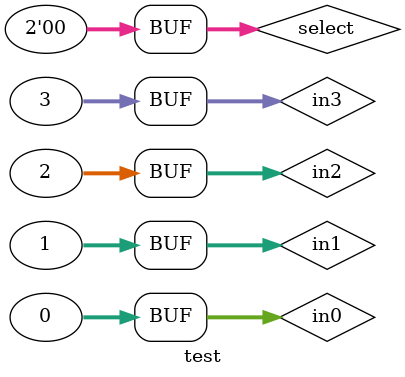
<source format=v>
module mux4(in0,in1,in2,in3,select,out);
input[31:0] in0,in1,in2,in3;
input[1:0] select;
output[31:0] out;
reg[31:0] out;
wire[31:0] in0,in1,in2,in3;
wire[1:0] select;
always @(*)
begin
		case(select)	
        0:out<=in0;
		1:out<=in1;
		2: out<=in2;
		3: out<=in3;
		endcase
end
endmodule

module test;
reg[31:0] in0,in1,in2,in3;
wire[31:0] out;
reg[1:0] select;
mux4 m(in0,in1,in2,in3,select,out);
initial begin
$monitor($time,"in0=%d in1=%d in2=%d in3=%d select=%d out=%d",in0,in1,in2,in3,select,out);
in0 = 0;in1=1;in2=2;in3 = 3;select = 0;
#5 select = 1;
#5 select = 2;
#5 select = 3;
#5 select = 0;
end

endmodule

</source>
